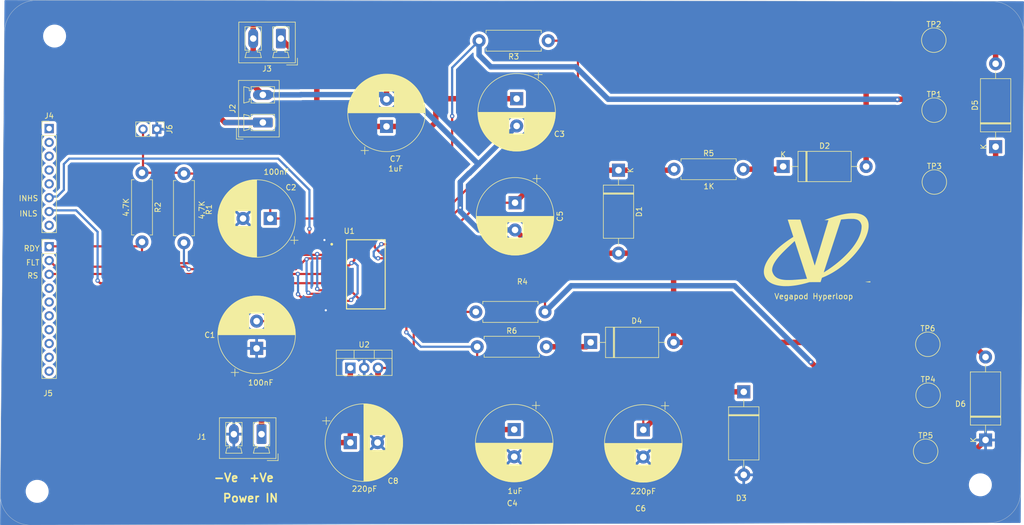
<source format=kicad_pcb>
(kicad_pcb (version 20211014) (generator pcbnew)
  (layers (0 "F.Cu" signal) (31 "B.Cu" signal) (34 "B.Paste" user) (35 "F.Paste" user) (36 "B.SilkS" user "B.Silkscreen") (37 "F.SilkS" user "F.Silkscreen") (38 "B.Mask" user) (39 "F.Mask" user) (44 "Edge.Cuts" user))
  (net 0 "")
  (net 1 "GND")
  (net 2 "/INHS")
  (net 3 "/RDY")
  (net 4 "/FLT")
  (net 5 "/RS")
  (net 6 "+5V")
  (net 9 "/INLS")
  (net 10 "/+12V_1")
  (net 11 "Net-(R4-Pad1)")
  (net 12 "Net-(R4-Pad2)")
  (net 13 "GND1")
  (net 14 "/+12V")
  (net 15 "Net-(R3-Pad1)")
  (net 16 "Net-(D2-Pad2)")
  (net 17 "Net-(R3-Pad2)")
  (net 18 "Net-(D2-Pad1)")
  (net 19 "Net-(D4-Pad1)")
  (net 20 "Net-(J1-Pad1)")
  (net 21 "Net-(C6-Pad1)")
  (net 22 "Net-(C5-Pad1)")
  (footprint "Capacitor_THT:CP_Radial_D14.0mm_P5.00mm" (layer "F.Cu") (at 114.302272 129.25)
    (fp_text reference "C8" (at 7.847728 7.05) (layer "F.SilkS"))
    (fp_text value "220pF" (at 2.597728 8.5) (layer "F.SilkS"))
    (pad "1" thru_hole rect (at 0 0) (size 2.4 2.4) (drill 1.2) (layers *.Cu *.Mask) (net 10 "/+12V_1"))
    (pad "2" thru_hole circle (at 5 0) (size 2.4 2.4) (drill 1.2) (layers *.Cu *.Mask) (net 1 "GND"))
  )
  (footprint "Connector_Phoenix_MC_HighVoltage:PhoenixContact_MCV_1,5_2-G-5.08_1x02_P5.08mm_Vertical" (layer "F.Cu") (at 98.2425 70.4725 90)
    (fp_text reference "J2" (at 2.54 -5.55 90) (layer "F.SilkS"))
    (fp_text value "Conn_01x02_Male" hide)
    (pad "1" thru_hole roundrect (at 0 0 90) (size 1.8 3.6) (drill 1.2) (layers *.Cu *.Mask) (roundrect_rratio 0.138889) (net 10 "/+12V_1"))
    (pad "2" thru_hole oval (at 5.08 0 90) (size 1.8 3.6) (drill 1.2) (layers *.Cu *.Mask) (net 13 "GND1"))
  )
  (footprint "Diode_THT:D_DO-27_P15.24mm_Horizontal" (layer "F.Cu") (at 230.95 128.77 90)
    (fp_text reference "D6" (at 6.62 -4.6 180) (layer "F.SilkS"))
    (fp_text value "DIODE" hide)
    (fp_text user "K" (at 0 -2.2 90) (layer "F.SilkS"))
    (pad "1" thru_hole rect (at 0 0 90) (size 2.4 2.4) (drill 1.2) (layers *.Cu *.Mask) (net 1 "GND"))
    (pad "2" thru_hole oval (at 15.24 0 90) (size 2.4 2.4) (drill 1.2) (layers *.Cu *.Mask) (net 13 "GND1"))
  )
  (footprint "Capacitor_THT:CP_Radial_D14.0mm_P5.00mm" (layer "F.Cu") (at 99.6 88.1 180)
    (fp_text reference "C2" (at -3.8 5.7) (layer "F.SilkS"))
    (fp_text value "100nF" (at -1.1 8.55) (layer "F.SilkS"))
    (pad "1" thru_hole rect (at 0 0 180) (size 2.4 2.4) (drill 1.2) (layers *.Cu *.Mask) (net 6 "+5V"))
    (pad "2" thru_hole circle (at 5 0 180) (size 2.4 2.4) (drill 1.2) (layers *.Cu *.Mask) (net 1 "GND"))
  )
  (footprint "Capacitor_THT:CP_Radial_D14.0mm_P5.00mm" (layer "F.Cu") (at 144.85 66.102272 -90)
    (fp_text reference "C3" (at 6.497728 -7.85 180) (layer "F.SilkS"))
    (fp_text value "1uF")
    (pad "1" thru_hole rect (at 0 0 270) (size 2.4 2.4) (drill 1.2) (layers *.Cu *.Mask) (net 14 "/+12V"))
    (pad "2" thru_hole circle (at 5 0 270) (size 2.4 2.4) (drill 1.2) (layers *.Cu *.Mask) (net 13 "GND1"))
  )
  (footprint "Resistor_THT:R_Axial_DIN0411_L9.9mm_D3.6mm_P12.70mm_Horizontal" (layer "F.Cu") (at 137.35 105.25)
    (fp_text reference "R4" (at 8.55 -5.55) (layer "F.SilkS"))
    (fp_text value "10R")
    (pad "1" thru_hole circle (at 0 0) (size 2.4 2.4) (drill 1.2) (layers *.Cu *.Mask) (net 11 "Net-(R4-Pad1)"))
    (pad "2" thru_hole oval (at 12.7 0) (size 2.4 2.4) (drill 1.2) (layers *.Cu *.Mask) (net 12 "Net-(R4-Pad2)"))
  )
  (footprint "Capacitor_THT:CP_Radial_D14.0mm_P5.00mm" (layer "F.Cu") (at 144.4 126.852272 -90)
    (fp_text reference "C4" (at 13.547728 0.35 180) (layer "F.SilkS"))
    (fp_text value "1uF" (at 11.297728 -0.15 180) (layer "F.SilkS"))
    (pad "1" thru_hole rect (at 0 0 270) (size 2.4 2.4) (drill 1.2) (layers *.Cu *.Mask) (net 10 "/+12V_1"))
    (pad "2" thru_hole circle (at 5 0 270) (size 2.4 2.4) (drill 1.2) (layers *.Cu *.Mask) (net 1 "GND"))
  )
  (footprint "Connector_PinHeader_2.54mm:PinHeader_1x08_P2.54mm_Vertical" (layer "F.Cu") (at 59 71.58)
    (fp_text reference "J4" (at 0 -2.33) (layer "F.SilkS"))
    (fp_text value "Conn_01x08_Male" hide)
    (pad "1" thru_hole rect (at 0 0) (size 1.7 1.7) (drill 1) (layers *.Cu *.Mask))
    (pad "2" thru_hole oval (at 0 2.54) (size 1.7 1.7) (drill 1) (layers *.Cu *.Mask))
    (pad "3" thru_hole oval (at 0 5.08) (size 1.7 1.7) (drill 1) (layers *.Cu *.Mask))
    (pad "4" thru_hole oval (at 0 7.62) (size 1.7 1.7) (drill 1) (layers *.Cu *.Mask))
    (pad "5" thru_hole oval (at 0 10.16) (size 1.7 1.7) (drill 1) (layers *.Cu *.Mask))
    (pad "6" thru_hole oval (at 0 12.7) (size 1.7 1.7) (drill 1) (layers *.Cu *.Mask) (net 2 "/INHS"))
    (pad "7" thru_hole oval (at 0 15.24) (size 1.7 1.7) (drill 1) (layers *.Cu *.Mask) (net 9 "/INLS"))
    (pad "8" thru_hole oval (at 0 17.78) (size 1.7 1.7) (drill 1) (layers *.Cu *.Mask))
  )
  (footprint "Resistor_THT:R_Axial_DIN0411_L9.9mm_D3.6mm_P12.70mm_Horizontal" (layer "F.Cu") (at 137.6 111.65)
    (fp_text reference "R6" (at 6.35 -2.92) (layer "F.SilkS"))
    (fp_text value "1K")
    (pad "1" thru_hole circle (at 0 0) (size 2.4 2.4) (drill 1.2) (layers *.Cu *.Mask) (net 21 "Net-(C6-Pad1)"))
    (pad "2" thru_hole oval (at 12.7 0) (size 2.4 2.4) (drill 1.2) (layers *.Cu *.Mask) (net 19 "Net-(D4-Pad1)"))
  )
  (footprint "Resistor_THT:R_Axial_DIN0411_L9.9mm_D3.6mm_P12.70mm_Horizontal" (layer "F.Cu") (at 150.65 55.45 180)
    (fp_text reference "R3" (at 6.35 -2.92) (layer "F.SilkS"))
    (fp_text value "10R" hide)
    (pad "1" thru_hole circle (at 0 0 180) (size 2.4 2.4) (drill 1.2) (layers *.Cu *.Mask) (net 15 "Net-(R3-Pad1)"))
    (pad "2" thru_hole oval (at 12.7 0 180) (size 2.4 2.4) (drill 1.2) (layers *.Cu *.Mask) (net 17 "Net-(R3-Pad2)"))
  )
  (footprint "TestPoint:TestPoint_Pad_D4.0mm" (layer "F.Cu") (at 220.35 111.2)
    (fp_text reference "TP6" (at 0 -2.898) (layer "F.SilkS"))
    (fp_text value "TestPoint" hide)
    (pad "1" smd circle (at 0 0) (size 4 4) (layers "F.Cu" "F.Mask") (net 13 "GND1"))
  )
  (footprint "TestPoint:TestPoint_Pad_D4.0mm" (layer "F.Cu") (at 221.45 55.35)
    (fp_text reference "TP2" (at 0 -2.898) (layer "F.SilkS"))
    (fp_text value "TestPoint")
    (pad "1" smd circle (at 0 0) (size 4 4) (layers "F.Cu" "F.Mask") (net 16 "Net-(D2-Pad2)"))
  )
  (footprint "Resistor_THT:R_Axial_DIN0411_L9.9mm_D3.6mm_P12.70mm_Horizontal" (layer "F.Cu") (at 173.75 79.05)
    (fp_text reference "R5" (at 6.35 -2.92) (layer "F.SilkS"))
    (fp_text value "1K" (at 6.4 3.15) (layer "F.SilkS"))
    (pad "1" thru_hole circle (at 0 0) (size 2.4 2.4) (drill 1.2) (layers *.Cu *.Mask) (net 22 "Net-(C5-Pad1)"))
    (pad "2" thru_hole oval (at 12.7 0) (size 2.4 2.4) (drill 1.2) (layers *.Cu *.Mask) (net 18 "Net-(D2-Pad1)"))
  )
  (footprint "BluePill_slave:logo6" (layer "F.Cu") (at 199.8 93.8)
    (fp_text reference "G***" hide)
    (fp_text value "LOGO" hide)
  )
  (footprint "Diode_THT:D_DO-27_P15.24mm_Horizontal" (layer "F.Cu") (at 158.43 110.85)
    (fp_text reference "D4" (at 8.47 -3.95) (layer "F.SilkS"))
    (fp_text value "DIODE" hide)
    (pad "1" thru_hole rect (at 0 0) (size 2.4 2.4) (drill 1.2) (layers *.Cu *.Mask) (net 19 "Net-(D4-Pad1)"))
    (pad "2" thru_hole oval (at 15.24 0) (size 2.4 2.4) (drill 1.2) (layers *.Cu *.Mask) (net 13 "GND1"))
  )
  (footprint "TestPoint:TestPoint_Pad_D4.0mm" (layer "F.Cu") (at 219.95 130.85)
    (fp_text reference "TP5" (at 0 -2.898) (layer "F.SilkS"))
    (fp_text value "TestPoint" hide)
    (pad "1" smd circle (at 0 0) (size 4 4) (layers "F.Cu" "F.Mask") (net 1 "GND"))
  )
  (footprint "Package_TO_SOT_THT:TO-220-3_Vertical" (layer "F.Cu") (at 114.31 115.545)
    (fp_text reference "U2" (at 2.54 -4.27) (layer "F.SilkS"))
    (fp_text value "L7812" hide)
    (pad "1" thru_hole rect (at 0 0) (size 1.905 2) (drill 1.1) (layers *.Cu *.Mask) (net 20 "Net-(J1-Pad1)"))
    (pad "2" thru_hole oval (at 2.54 0) (size 1.905 2) (drill 1.1) (layers *.Cu *.Mask) (net 1 "GND"))
    (pad "3" thru_hole oval (at 5.08 0) (size 1.905 2) (drill 1.1) (layers *.Cu *.Mask) (net 10 "/+12V_1"))
  )
  (footprint "Capacitor_THT:CP_Radial_D14.0mm_P5.00mm" (layer "F.Cu") (at 120.95 71.197729 90)
    (fp_text reference "C7" (at -5.952271 1.6 180) (layer "F.SilkS"))
    (fp_text value "1uF" (at -7.752271 1.7 180) (layer "F.SilkS"))
    (pad "1" thru_hole rect (at 0 0 90) (size 2.4 2.4) (drill 1.2) (layers *.Cu *.Mask) (net 14 "/+12V"))
    (pad "2" thru_hole circle (at 5 0 90) (size 2.4 2.4) (drill 1.2) (layers *.Cu *.Mask) (net 13 "GND1"))
  )
  (footprint "TestPoint:TestPoint_Pad_D4.0mm" (layer "F.Cu") (at 221.5 68.2)
    (fp_text reference "TP1" (at 0 -2.898) (layer "F.SilkS"))
    (fp_text value "TestPoint")
    (pad "1" smd circle (at 0 0) (size 4 4) (layers "F.Cu" "F.Mask") (net 17 "Net-(R3-Pad2)"))
  )
  (footprint "gate_driver:SOP65P1030X265-36_32N-V" (layer "F.Cu") (at 117.1575 98.35)
    (fp_text reference "U1" (at -3.04 -7.955) (layer "F.SilkS"))
    (fp_text value "2ED020I12-F2")
    (pad "1" smd rect locked (at -4.865 -5.525) (size 1.67 0.45) (layers "F.Cu" "F.Paste" "F.Mask") (net 1 "GND"))
    (pad "2" smd rect locked (at -4.865 -4.875) (size 1.67 0.45) (layers "F.Cu" "F.Paste" "F.Mask") (net 2 "/INHS"))
    (pad "3" smd rect locked (at -4.865 -4.225) (size 1.67 0.45) (layers "F.Cu" "F.Paste" "F.Mask") (net 1 "GND"))
    (pad "4" smd rect locked (at -4.865 -3.575) (size 1.67 0.45) (layers "F.Cu" "F.Paste" "F.Mask") (net 3 "/RDY"))
    (pad "5" smd rect locked (at -4.865 -2.925) (size 1.67 0.45) (layers "F.Cu" "F.Paste" "F.Mask") (net 4 "/FLT"))
    (pad "6" smd rect locked (at -4.865 -2.275) (size 1.67 0.45) (layers "F.Cu" "F.Paste" "F.Mask") (net 5 "/RS"))
    (pad "7" smd rect locked (at -4.865 -1.625) (size 1.67 0.45) (layers "F.Cu" "F.Paste" "F.Mask") (net 6 "+5V"))
    (pad "8" smd rect locked (at -4.865 -0.975) (size 1.67 0.45) (layers "F.Cu" "F.Paste" "F.Mask") (net 1 "GND"))
    (pad "9" smd rect locked (at -4.865 -0.325) (size 1.67 0.45) (layers "F.Cu" "F.Paste" "F.Mask"))
    (pad "10" smd rect locked (at -4.865 0.325) (size 1.67 0.45) (layers "F.Cu" "F.Paste" "F.Mask"))
    (pad "11" smd rect locked (at -4.865 0.975) (size 1.67 0.45) (layers "F.Cu" "F.Paste" "F.Mask") (net 1 "GND"))
    (pad "12" smd rect locked (at -4.865 1.625) (size 1.67 0.45) (layers "F.Cu" "F.Paste" "F.Mask") (net 9 "/INLS"))
    (pad "13" smd rect locked (at -4.865 2.275) (size 1.67 0.45) (layers "F.Cu" "F.Paste" "F.Mask") (net 1 "GND"))
    (pad "14" smd rect locked (at -4.865 2.925) (size 1.67 0.45) (layers "F.Cu" "F.Paste" "F.Mask") (net 3 "/RDY"))
    (pad "15" smd rect locked (at -4.865 3.575) (size 1.67 0.45) (layers "F.Cu" "F.Paste" "F.Mask") (net 4 "/FLT"))
    (pad "16" smd rect locked (at -4.865 4.225) (size 1.67 0.45) (layers "F.Cu" "F.Paste" "F.Mask") (net 5 "/RS"))
    (pad "17" smd rect locked (at -4.865 4.875) (size 1.67 0.45) (layers "F.Cu" "F.Paste" "F.Mask") (net 6 "+5V"))
    (pad "18" smd rect locked (at -4.865 5.525) (size 1.67 0.45) (layers "F.Cu" "F.Paste" "F.Mask") (net 1 "GND"))
    (pad "19" smd rect locked (at 4.865 5.525) (size 1.67 0.45) (layers "F.Cu" "F.Paste" "F.Mask") (net 1 "GND"))
    (pad "20" smd rect locked (at 4.865 4.875) (size 1.67 0.45) (layers "F.Cu" "F.Paste" "F.Mask") (net 21 "Net-(C6-Pad1)"))
    (pad "21" smd rect locked (at 4.865 4.225) (size 1.67 0.45) (layers "F.Cu" "F.Paste" "F.Mask") (net 1 "GND"))
    (pad "22" smd rect locked (at 4.865 3.575) (size 1.67 0.45) (layers "F.Cu" "F.Paste" "F.Mask") (net 10 "/+12V_1"))
    (pad "23" smd rect locked (at 4.865 2.925) (size 1.67 0.45) (layers "F.Cu" "F.Paste" "F.Mask") (net 11 "Net-(R4-Pad1)"))
    (pad "24" smd rect locked (at 4.865 2.275) (size 1.67 0.45) (layers "F.Cu" "F.Paste" "F.Mask") (net 1 "GND"))
    (pad "25" smd rect locked (at 4.865 1.625) (size 1.67 0.45) (layers "F.Cu" "F.Paste" "F.Mask") (net 12 "Net-(R4-Pad2)"))
    (pad "30" smd rect locked (at 4.865 -1.625) (size 1.67 0.45) (layers "F.Cu" "F.Paste" "F.Mask") (net 22 "Net-(C5-Pad1)"))
    (pad "31" smd rect locked (at 4.865 -2.275) (size 1.67 0.45) (layers "F.Cu" "F.Paste" "F.Mask") (net 13 "GND1"))
    (pad "32" smd rect locked (at 4.865 -2.925) (size 1.67 0.45) (layers "F.Cu" "F.Paste" "F.Mask") (net 13 "GND1"))
    (pad "33" smd rect locked (at 4.865 -3.575) (size 1.67 0.45) (layers "F.Cu" "F.Paste" "F.Mask") (net 14 "/+12V"))
    (pad "34" smd rect locked (at 4.865 -4.225) (size 1.67 0.45) (layers "F.Cu" "F.Paste" "F.Mask") (net 15 "Net-(R3-Pad1)"))
    (pad "35" smd rect locked (at 4.865 -4.875) (size 1.67 0.45) (layers "F.Cu" "F.Paste" "F.Mask") (net 17 "Net-(R3-Pad2)"))
    (pad "36" smd rect locked (at 4.865 -5.525) (size 1.67 0.45) (layers "F.Cu" "F.Paste" "F.Mask") (net 13 "GND1"))
  )
  (footprint "Resistor_THT:R_Axial_DIN0411_L9.9mm_D3.6mm_P12.70mm_Horizontal" (layer "F.Cu") (at 76.05 79.7 -90)
    (fp_text reference "R2" (at 6.35 -2.92 90) (layer "F.SilkS"))
    (fp_text value "4.7K" (at 6.35 2.92 90) (layer "F.SilkS"))
    (pad "1" thru_hole circle (at 0 0 270) (size 2.4 2.4) (drill 1.2) (layers *.Cu *.Mask) (net 6 "+5V"))
    (pad "2" thru_hole oval (at 12.7 0 270) (size 2.4 2.4) (drill 1.2) (layers *.Cu *.Mask) (net 3 "/RDY"))
  )
  (footprint "Diode_THT:D_DO-27_P15.24mm_Horizontal" (layer "F.Cu") (at 232.8 74.92 90)
    (fp_text reference "D5" (at 7.62 -3.785 90) (layer "F.SilkS"))
    (fp_text value "DIODE")
    (fp_text user "K" (at 0 -2.2 90) (layer "F.SilkS"))
    (pad "1" thru_hole rect (at 0 0 90) (size 2.4 2.4) (drill 1.2) (layers *.Cu *.Mask) (net 13 "GND1"))
    (pad "2" thru_hole oval (at 15.24 0 90) (size 2.4 2.4) (drill 1.2) (layers *.Cu *.Mask) (net 16 "Net-(D2-Pad2)"))
  )
  (footprint "Capacitor_THT:CP_Radial_D14.0mm_P5.00mm" (layer "F.Cu") (at 144.55 85.202272 -90)
    (fp_text reference "C5" (at 2.5 -8.25 90) (layer "F.SilkS"))
    (fp_text value "220pF")
    (pad "1" thru_hole rect (at 0 0 270) (size 2.4 2.4) (drill 1.2) (layers *.Cu *.Mask) (net 22 "Net-(C5-Pad1)"))
    (pad "2" thru_hole circle (at 5 0 270) (size 2.4 2.4) (drill 1.2) (layers *.Cu *.Mask) (net 13 "GND1"))
  )
  (footprint "Capacitor_THT:CP_Radial_D14.0mm_P5.00mm" (layer "F.Cu") (at 168.1 126.902272 -90)
    (fp_text reference "C6" (at 14.447728 0.5 180) (layer "F.SilkS"))
    (fp_text value "220pF" (at 11.297728 0 180) (layer "F.SilkS"))
    (pad "1" thru_hole rect (at 0 0 270) (size 2.4 2.4) (drill 1.2) (layers *.Cu *.Mask) (net 21 "Net-(C6-Pad1)"))
    (pad "2" thru_hole circle (at 5 0 270) (size 2.4 2.4) (drill 1.2) (layers *.Cu *.Mask) (net 1 "GND"))
  )
  (footprint "Diode_THT:D_DO-27_P15.24mm_Horizontal" (layer "F.Cu") (at 193.78 78.55)
    (fp_text reference "D2" (at 7.62 -3.785) (layer "F.SilkS"))
    (fp_text value "DIODE")
    (fp_text user "K" (at 0 -2.2) (layer "F.SilkS"))
    (pad "1" thru_hole rect (at 0 0) (size 2.4 2.4) (drill 1.2) (layers *.Cu *.Mask) (net 18 "Net-(D2-Pad1)"))
    (pad "2" thru_hole oval (at 15.24 0) (size 2.4 2.4) (drill 1.2) (layers *.Cu *.Mask) (net 16 "Net-(D2-Pad2)"))
  )
  (footprint "Connector_PinHeader_2.54mm:PinHeader_1x10_P2.54mm_Vertical" (layer "F.Cu") (at 59 93.275)
    (fp_text reference "J5" (at -0.2 26.925) (layer "F.SilkS"))
    (fp_text value "Conn_01x10_Male" hide)
    (pad "1" thru_hole rect (at 0 0) (size 1.7 1.7) (drill 1) (layers *.Cu *.Mask) (net 3 "/RDY"))
    (pad "2" thru_hole oval (at 0 2.54) (size 1.7 1.7) (drill 1) (layers *.Cu *.Mask) (net 4 "/FLT"))
    (pad "3" thru_hole oval (at 0 5.08) (size 1.7 1.7) (drill 1) (layers *.Cu *.Mask) (net 5 "/RS"))
    (pad "4" thru_hole oval (at 0 7.62) (size 1.7 1.7) (drill 1) (layers *.Cu *.Mask))
    (pad "5" thru_hole oval (at 0 10.16) (size 1.7 1.7) (drill 1) (layers *.Cu *.Mask))
    (pad "6" thru_hole oval (at 0 12.7) (size 1.7 1.7) (drill 1) (layers *.Cu *.Mask))
    (pad "7" thru_hole oval (at 0 15.24) (size 1.7 1.7) (drill 1) (layers *.Cu *.Mask))
    (pad "8" thru_hole oval (at 0 17.78) (size 1.7 1.7) (drill 1) (layers *.Cu *.Mask))
    (pad "9" thru_hole oval (at 0 20.32) (size 1.7 1.7) (drill 1) (layers *.Cu *.Mask))
    (pad "10" thru_hole oval (at 0 22.86) (size 1.7 1.7) (drill 1) (layers *.Cu *.Mask))
  )
  (footprint "TestPoint:TestPoint_Pad_D4.0mm" (layer "F.Cu") (at 220.4 120.55)
    (fp_text reference "TP4" (at 0 -2.898) (layer "F.SilkS"))
    (fp_text value "TestPoint" hide)
    (pad "1" smd circle (at 0 0) (size 4 4) (layers "F.Cu" "F.Mask") (net 12 "Net-(R4-Pad2)"))
  )
  (footprint "TestPoint:TestPoint_Pad_D4.0mm" (layer "F.Cu") (at 221.55 81.4)
    (fp_text reference "TP3" (at 0 -2.898) (layer "F.SilkS"))
    (fp_text value "TestPoint")
    (pad "1" smd circle (at 0 0) (size 4 4) (layers "F.Cu" "F.Mask") (net 13 "GND1"))
  )
  (footprint "MountingHole:MountingHole_3.2mm_M3" (layer "F.Cu") (at 56.8 138.2)
    (fp_text reference "REF**" hide)
    (fp_text value "MountingHole_3.2mm_M3" hide)
    (pad "" np_thru_hole circle (at 0 0) (size 3.2 3.2) (drill 3.2) (layers F&B.Cu *.Mask))
  )
  (footprint "MountingHole:MountingHole_3.2mm_M3" (layer "F.Cu") (at 60 54.6)
    (fp_text reference "REF**" hide)
    (fp_text value "MountingHole_3.2mm_M3" hide)
    (pad "" np_thru_hole circle (at 0 0) (size 3.2 3.2) (drill 3.2) (layers *.Cu *.Mask))
  )
  (footprint "Resistor_THT:R_Axial_DIN0411_L9.9mm_D3.6mm_P12.70mm_Horizontal" (layer "F.Cu") (at 83.75 79.85 -90)
    (fp_text reference "R1" (at 6.6 -4.6 90) (layer "F.SilkS"))
    (fp_text value "4.7K" (at 6.7 -3.3 90) (layer "F.SilkS"))
    (pad "1" thru_hole circle (at 0 0 270) (size 2.4 2.4) (drill 1.2) (layers *.Cu *.Mask) (net 6 "+5V"))
    (pad "2" thru_hole oval (at 12.7 0 270) (size 2.4 2.4) (drill 1.2) (layers *.Cu *.Mask) (net 4 "/FLT"))
  )
  (footprint "Connector_Phoenix_MC_HighVoltage:PhoenixContact_MCV_1,5_2-G-5.08_1x02_P5.08mm_Vertical" (layer "F.Cu") (at 101.55 55.05 180)
    (fp_text reference "J3" (at 2.54 -5.55) (layer "F.SilkS"))
    (fp_text value "Conn_01x02_Male" hide)
    (pad "1" thru_hole roundrect (at 0 0 180) (size 1.8 3.6) (drill 1.2) (layers *.Cu *.Mask) (roundrect_rratio 0.138889) (net 14 "/+12V"))
    (pad "2" thru_hole oval (at 5.08 0 180) (size 1.8 3.6) (drill 1.2) (layers *.Cu *.Mask) (net 13 "GND1"))
  )
  (footprint "MountingHole:MountingHole_3.2mm_M3" (layer "F.Cu") (at 230 137)
    (fp_text reference "REF**" hide)
    (fp_text value "MountingHole_3.2mm_M3" hide)
    (pad "" np_thru_hole circle (at 0 0) (size 3.2 3.2) (drill 3.2) (layers F&B.Cu *.Mask))
  )
  (footprint "Connector_PinHeader_2.54mm:PinHeader_1x02_P2.54mm_Vertical" (layer "F.Cu") (at 78.775 71.7 -90)
    (fp_text reference "J6" (at 0 -2.33 90) (layer "F.SilkS"))
    (fp_text value "Conn_01x02_Male" hide)
    (pad "1" thru_hole rect (at 0 0 270) (size 1.7 1.7) (drill 1) (layers *.Cu *.Mask) (net 1 "GND"))
    (pad "2" thru_hole oval (at 0 2.54 270) (size 1.7 1.7) (drill 1) (layers *.Cu *.Mask) (net 6 "+5V"))
  )
  (footprint "Connector_Phoenix_MC_HighVoltage:PhoenixContact_MCV_1,5_2-G-5.08_1x02_P5.08mm_Vertical" (layer "F.Cu") (at 98 127.7 180)
    (fp_text reference "J1" (at 11 -0.5) (layer "F.SilkS"))
    (fp_text value "Conn_01x02_Male" hide)
    (pad "1" thru_hole roundrect (at 0 0 180) (size 1.8 3.6) (drill 1.2) (layers *.Cu *.Mask) (roundrect_rratio 0.138889) (net 20 "Net-(J1-Pad1)"))
    (pad "2" thru_hole oval (at 5.08 0 180) (size 1.8 3.6) (drill 1.2) (layers *.Cu *.Mask) (net 1 "GND"))
  )
  (footprint "Diode_THT:D_DO-27_P15.24mm_Horizontal" (layer "F.Cu") (at 186.55 119.93 -90)
    (fp_text reference "D3" (at 19.52 0.45 180) (layer "F.SilkS"))
    (fp_text value "D_Zener_Small" hide)
    (pad "1" thru_hole rect (at 0 0 270) (size 2.4 2.4) (drill 1.2) (layers *.Cu *.Mask) (net 21 "Net-(C6-Pad1)"))
    (pad "2" thru_hole oval (at 15.24 0 270) (size 2.4 2.4) (drill 1.2) (layers *.Cu *.Mask) (net 1 "GND"))
  )
  (footprint "Diode_THT:D_DO-27_P15.24mm_Horizontal" (layer "F.Cu") (at 163.55 79.23 -90)
    (fp_text reference "D1" (at 7.62 -3.785 90) (layer "F.SilkS"))
    (fp_text value "D_Zener_Small")
    (fp_text user "K" (at 0 -2.2 90) (layer "F.SilkS"))
    (pad "1" thru_hole rect (at 0 0 270) (size 2.4 2.4) (drill 1.2) (layers *.Cu *.Mask) (net 22 "Net-(C5-Pad1)"))
    (pad "2" thru_hole oval (at 15.24 0 270) (size 2.4 2.4) (drill 1.2) (layers *.Cu *.Mask) (net 13 "GND1"))
  )
  (footprint "Capacitor_THT:CP_Radial_D14.0mm_P5.00mm" (layer "F.Cu") (at 97.1 111.947729 90)
    (fp_text reference "C1" (at 2.447729 -8.6 180) (layer "F.SilkS"))
    (fp_text value "100nF" (at -6.302271 0.75 180) (layer "F.SilkS"))
    (pad "1" thru_hole rect (at 0 0 90) (size 2.4 2.4) (drill 1.2) (layers *.Cu *.Mask) (net 1 "GND"))
    (pad "2" thru_hole circle (at 5 0 90) (size 2.4 2.4) (drill 1.2) (layers *.Cu *.Mask) (net 6 "+5V"))
  )
  (gr_line (start 57.5 92.2) (end 57.5 117.2) (layer "F.Cu") (width 0.2))
  (gr_line (start 57.5 70.2) (end 57.5 90.2) (layer "F.Cu") (width 0.2))
  (gr_line (start 56.8 48) (end 232 48.2) (layer "Edge.Cuts") (width 0.05))
  (gr_line (start 231.6 144) (end 55.8 144.4) (layer "Edge.Cuts") (width 0.05))
  (gr_arc (start 55.8 144.4) (mid 51.711292 142.831147) (end 50 138.8) (layer "Edge.Cuts") (width 0.05))
  (gr_arc (start 50.8 54) (mid 52.557359 49.757359) (end 56.8 48) (layer "Edge.Cuts") (width 0.05))
  (gr_line (start 50 138.8) (end 50.8 54) (layer "Edge.Cuts") (width 0.05))
  (gr_arc (start 232 48.2) (mid 236.242641 49.957359) (end 238 54.2) (layer "Edge.Cuts") (width 0.05))
  (gr_line (start 238 54.2) (end 237.4 138.2) (layer "Edge.Cuts") (width 0.05))
  (gr_arc (start 237.4 138.2) (mid 235.701219 142.301219) (end 231.6 144) (layer "Edge.Cuts") (width 0.05))
  (gr_text "RS" (at 56 98.6) (layer "F.SilkS") (effects (font (size 1 1))))
  (gr_text "Power IN\n" (at 95.9775 139.4425) (layer "F.SilkS") (effects (font (size 1.5 1.5) (thickness 0.3))))
  (gr_text "INLS\n" (at 55.2 87.2) (layer "F.SilkS") (effects (font (size 1 1))))
  (gr_text "-Ve" (at 91.5 135.7) (layer "F.SilkS") (effects (font (size 1.5 1.5) (thickness 0.3))))
  (gr_text "INHS\n" (at 55.2 84.4) (layer "F.SilkS") (effects (font (size 1 1))))
  (gr_text "RDY" (at 55.8 93.6) (layer "F.SilkS") (effects (font (size 1 1))))
  (gr_text "+Ve" (at 98 135.7) (layer "F.SilkS") (effects (font (size 1.5 1.5) (thickness 0.3))))
  (gr_text "Vegapod Hyperloop" (at 199.4 102.4) (layer "F.SilkS") (effects (font (size 1 1))))
  (gr_text "FLT" (at 56 96.2) (layer "F.SilkS") (effects (font (size 1 1))))
  (segment (start 228.87 130.85) (end 230.95 128.77) (width 1) (layer "F.Cu") (net 1))
  (segment (start 113.875 92.825) (end 112.2925 92.825) (width 0.3) (layer "F.Cu") (net 1))
  (segment (start 112.2925 100.625) (end 113.675 100.625) (width 0.4) (layer "F.Cu") (net 1))
  (segment (start 122.0225 100.625) (end 120.475 100.625) (width 0.4) (layer "F.Cu") (net 1))
  (segment (start 122.0225 102.575) (end 118.525 102.575) (width 0.4) (layer "F.Cu") (net 1))
  (segment (start 114.025 97.375) (end 114.35 97.7) (width 0.4) (layer "F.Cu") (net 1))
  (segment (start 112.2925 92.825) (end 110.325 92.825) (width 0.4) (layer "F.Cu") (net 1))
  (segment (start 114.05 94) (end 114.05 93) (width 0.3) (layer "F.Cu") (net 1))
  (segment (start 117.075 104.025) (end 116.85 104.25) (width 0.4) (layer "F.Cu") (net 1))
  (segment (start 114.35 100.9) (end 114.15 101.1) (width 0.4) (layer "F.Cu") (net 1))
  (segment (start 122.0225 103.875) (end 117.225 103.875) (width 0.4) (layer "F.Cu") (net 1))
  (segment (start 110.875 103.875) (end 109.8 104.95) (width 0.4) (layer "F.Cu") (net 1))
  (segment (start 120.475 100.625) (end 118.5 102.6) (width 0.4) (layer "F.Cu") (net 1))
  (segment (start 110.325 92.825) (end 109.55 92.05) (width 0.4) (layer "F.Cu") (net 1))
  (segment (start 116.85 104.25) (end 116.85 115.545) (width 0.4) (layer "F.Cu") (net 1))
  (segment (start 112.2925 99.325) (end 114.225 99.325) (width 0.4) (layer "F.Cu") (net 1))
  (segment (start 112.2925 97.375) (end 114.025 97.375) (width 0.4) (layer "F.Cu") (net 1))
  (segment (start 114.15 101.1) (end 117.075 104.025) (width 0.4) (layer "F.Cu") (net 1))
  (segment (start 118.525 102.575) (end 118.5 102.6) (width 0.4) (layer "F.Cu") (net 1))
  (segment (start 112.2925 94.125) (end 113.875 94.125) (width 0.3) (layer "F.Cu") (net 1))
  (segment (start 113.95 94.1) (end 114.05 94) (width 0.3) (layer "F.Cu") (net 1))
  (segment (start 113.675 100.625) (end 114.15 101.1) (width 0.4) (layer "F.Cu") (net 1))
  (segment (start 114.225 99.325) (end 114.35 99.2) (width 0.4) (layer "F.Cu") (net 1))
  (segment (start 114.35 99.2) (end 114.35 100.9) (width 0.4) (layer "F.Cu") (net 1))
  (segment (start 117.225 103.875) (end 117.075 104.025) (width 0.4) (layer "F.Cu") (net 1))
  (segment (start 219.95 130.85) (end 228.87 130.85) (width 1) (layer "F.Cu") (net 1))
  (segment (start 112.2925 103.875) (end 110.875 103.875) (width 0.4) (layer "F.Cu") (net 1))
  (segment (start 118.5 102.6) (end 117.075 104.025) (width 0.4) (layer "F.Cu") (net 1))
  (segment (start 114.05 93) (end 113.875 92.825) (width 0.3) (layer "F.Cu") (net 1))
  (segment (start 114.35 97.7) (end 114.35 99.2) (width 0.4) (layer "F.Cu") (net 1))
  (via (at 109.55 92.05) (size 0.8) (drill 0.4) (layers "F.Cu" "B.Cu") (net 1))
  (via (at 109.8 104.95) (size 0.8) (drill 0.4) (layers "F.Cu" "B.Cu") (net 1))
  (segment (start 108.025 93.475) (end 106.95 92.4) (width 0.4) (layer "F.Cu") (net 2))
  (segment (start 112.2925 93.475) (end 108.025 93.475) (width 0.4) (layer "F.Cu") (net 2))
  (segment (start 106.95 92.4) (end 106.8 92.25) (width 0.4) (layer "F.Cu") (net 2))
  (segment (start 106.8 92.25) (end 106.8 90) (width 0.4) (layer "F.Cu") (net 2))
  (via (at 106.8 90) (size 0.8) (drill 0.4) (layers "F.Cu" "B.Cu") (net 2))
  (segment (start 61.7 78.1) (end 61.7 82.85) (width 0.4) (layer "B.Cu") (net 2))
  (segment (start 106.8 82.85) (end 101.05 77.1) (width 0.4) (layer "B.Cu") (net 2))
  (segment (start 60.485 84.065) (end 58.98 84.065) (width 0.4) (layer "B.Cu") (net 2))
  (segment (start 62.7 77.1) (end 61.7 78.1) (width 0.4) (layer "B.Cu") (net 2))
  (segment (start 106.8 90) (end 106.8 82.85) (width 0.4) (layer "B.Cu") (net 2))
  (segment (start 61.7 82.85) (end 60.485 84.065) (width 0.4) (layer "B.Cu") (net 2))
  (segment (start 101.05 77.1) (end 62.7 77.1) (width 0.4) (layer "B.Cu") (net 2))
  (segment (start 105.425 94.775) (end 112.2925 94.775) (width 0.4) (layer "F.Cu") (net 3))
  (segment (start 103.9 96.3) (end 105.425 94.775) (width 0.4) (layer "F.Cu") (net 3))
  (segment (start 76.05 92.4) (end 76.05 95.9) (width 0.4) (layer "F.Cu") (net 3))
  (segment (start 108.225 101.025) (end 108.475 101.275) (width 0.4) (layer "F.Cu") (net 3))
  (segment (start 76.45 96.3) (end 103.9 96.3) (width 0.4) (layer "F.Cu") (net 3))
  (segment (start 58.98 93.205) (end 75.245 93.205) (width 0.4) (layer "F.Cu") (net 3))
  (segment (start 108.475 101.275) (end 112.2925 101.275) (width 0.4) (layer "F.Cu") (net 3))
  (segment (start 76.05 95.9) (end 76.45 96.3) (width 0.4) (layer "F.Cu") (net 3))
  (segment (start 75.245 93.205) (end 76.05 92.4) (width 0.4) (layer "F.Cu") (net 3))
  (via (at 108.225 94.6255) (size 0.8) (drill 0.4) (layers "F.Cu" "B.Cu") (net 3))
  (via (at 108.225 101.025) (size 0.8) (drill 0.4) (layers "F.Cu" "B.Cu") (net 3))
  (segment (start 108.225 101.025) (end 108.225 94.6255) (width 0.4) (layer "B.Cu") (net 3))
  (segment (start 104.3 97.4) (end 84.65 97.4) (width 0.4) (layer "F.Cu") (net 4))
  (segment (start 106.275 95.425) (end 105.95 95.75) (width 0.4) (layer "F.Cu") (net 4))
  (segment (start 106.775 101.925) (end 106.6 101.75) (width 0.4) (layer "F.Cu") (net 4))
  (segment (start 84.2 96.95) (end 84.65 97.4) (width 0.4) (layer "F.Cu") (net 4))
  (segment (start 112.2925 101.925) (end 106.775 101.925) (width 0.4) (layer "F.Cu") (net 4))
  (segment (start 105.95 95.75) (end 104.3 97.4) (width 0.4) (layer "F.Cu") (net 4))
  (segment (start 58.98 95.745) (end 60.185 96.95) (width 0.4) (layer "F.Cu") (net 4))
  (segment (start 60.185 96.95) (end 84.2 96.95) (width 0.4) (layer "F.Cu") (net 4))
  (segment (start 112.2925 95.425) (end 106.275 95.425) (width 0.4) (layer "F.Cu") (net 4))
  (via (at 106.275 95.5745) (size 0.8) (drill 0.4) (layers "F.Cu" "B.Cu") (net 4))
  (via (at 84.65 97.4) (size 0.8) (drill 0.4) (layers "F.Cu" "B.Cu") (net 4))
  (via (at 106.6 101.75) (size 0.8) (drill 0.4) (layers "F.Cu" "B.Cu") (net 4))
  (segment (start 106.275 101.425) (end 106.275 95.5745) (width 0.4) (layer "B.Cu") (net 4))
  (segment (start 84.65 97.4) (end 83.75 96.5) (width 0.4) (layer "B.Cu") (net 4))
  (segment (start 83.75 96.5) (end 83.75 92.55) (width 0.4) (layer "B.Cu") (net 4))
  (segment (start 106.6 101.75) (end 106.275 101.425) (width 0.4) (layer "B.Cu") (net 4))
  (segment (start 108.8725 98.285) (end 104.915 98.285) (width 0.4) (layer "F.Cu") (net 5))
  (segment (start 111.0825 96.075) (end 108.8725 98.285) (width 0.4) (layer "F.Cu") (net 5))
  (segment (start 104.915 98.285) (end 104.665 98.285) (width 0.4) (layer "F.Cu") (net 5))
  (segment (start 112.2925 102.575) (end 105.275 102.575) (width 0.4) (layer "F.Cu") (net 5))
  (segment (start 105.275 102.575) (end 104.7 102) (width 0.4) (layer "F.Cu") (net 5))
  (segment (start 112.2925 96.075) (end 111.0825 96.075) (width 0.4) (layer "F.Cu") (net 5))
  (segment (start 104.665 98.285) (end 58.98 98.285) (width 0.4) (layer "F.Cu") (net 5))
  (via (at 104.7 102) (size 0.8) (drill 0.4) (layers "F.Cu" "B.Cu") (net 5))
  (via (at 104.665 98.285) (size 0.8) (drill 0.4) (layers "F.Cu" "B.Cu") (net 5))
  (segment (start 104.7 98.32) (end 104.665 98.285) (width 0.4) (layer "B.Cu") (net 5))
  (segment (start 104.7 102) (end 104.7 98.32) (width 0.4) (layer "B.Cu") (net 5))
  (segment (start 115.05 95.75) (end 114.525 96.275) (width 0.4) (layer "F.Cu") (net 6))
  (segment (start 112.95 88.1) (end 115.05 90.2) (width 0.4) (layer "F.Cu") (net 6))
  (segment (start 83.6 79.7) (end 83.75 79.85) (width 0.4) (layer "F.Cu") (net 6))
  (segment (start 76.235 79.515) (end 76.05 79.7) (width 0.4) (layer "F.Cu") (net 6))
  (segment (start 76.05 79.7) (end 83.6 79.7) (width 0.4) (layer "F.Cu") (net 6))
  (segment (start 76.235 71.7) (end 76.235 79.515) (width 0.4) (layer "F.Cu") (net 6))
  (segment (start 105.152271 106.947729) (end 108.875 103.225) (width 0.4) (layer "F.Cu") (net 6))
  (segment (start 108.875 103.225) (end 112.2925 103.225) (width 0.4) (layer "F.Cu") (net 6))
  (segment (start 112.2925 103.225) (end 114.275 103.225) (width 0.4) (layer "F.Cu") (net 6))
  (segment (start 99.6 82.1) (end 99.6 88.1) (width 0.4) (layer "F.Cu") (net 6))
  (segment (start 97.25 79.85) (end 97.3 79.8) (width 0.4) (layer "F.Cu") (net 6))
  (segment (start 99.6 88.1) (end 112.95 88.1) (width 0.4) (layer "F.Cu") (net 6))
  (segment (start 97.1 106.947729) (end 105.152271 106.947729) (width 0.4) (layer "F.Cu") (net 6))
  (segment (start 114.075 96.725) (end 112.2925 96.725) (width 0.4) (layer "F.Cu") (net 6))
  (segment (start 115.05 90.2) (end 115.05 95.75) (width 0.4) (layer "F.Cu") (net 6))
  (segment (start 114.525 96.275) (end 114.075 96.725) (width 0.4) (layer "F.Cu") (net 6))
  (segment (start 83.75 79.85) (end 97.25 79.85) (width 0.4) (layer "F.Cu") (net 6))
  (segment (start 97.3 79.8) (end 99.6 82.1) (width 0.4) (layer "F.Cu") (net 6))
  (segment (start 114.275 103.225) (end 114.45 103.05) (width 0.4) (layer "F.Cu") (net 6))
  (via (at 114.525 96.275) (size 0.8) (drill 0.4) (layers "F.Cu" "B.Cu") (net 6))
  (via (at 114.45 103.05) (size 0.8) (drill 0.4) (layers "F.Cu" "B.Cu") (net 6))
  (segment (start 115.65 96.75) (end 115.175 96.275) (width 0.4) (layer "B.Cu") (net 6))
  (segment (start 114.45 103.05) (end 115.65 101.85) (width 0.4) (layer "B.Cu") (net 6))
  (segment (start 115.65 101.85) (end 115.65 96.75) (width 0.4) (layer "B.Cu") (net 6))
  (segment (start 115.175 96.275) (end 114.525 96.275) (width 0.4) (layer "B.Cu") (net 6))
  (segment (start 112.2925 99.975) (end 68.375 99.975) (width 0.4) (layer "F.Cu") (net 9))
  (segment (start 68.375 99.975) (end 67.9 99.5) (width 0.4) (layer "F.Cu") (net 9))
  (via (at 67.9 99.5) (size 0.8) (drill 0.4) (layers "F.Cu" "B.Cu") (net 9))
  (segment (start 67.9 90.55) (end 63.955 86.605) (width 0.4) (layer "B.Cu") (net 9))
  (segment (start 67.9 99.5) (end 67.9 90.55) (width 0.4) (layer "B.Cu") (net 9))
  (segment (start 63.955 86.605) (end 58.98 86.605) (width 0.4) (layer "B.Cu") (net 9))
  (segment (start 124.775 101.925) (end 125.95 103.1) (width 0.4) (layer "F.Cu") (net 10))
  (segment (start 54.5 129.7) (end 54.5 67.2) (width 1) (layer "F.Cu") (net 10))
  (segment (start 114.302272 129.25) (end 114.302272 122.697728) (width 1) (layer "F.Cu") (net 10))
  (segment (start 54.5 67.2) (end 56 65.7) (width 1) (layer "F.Cu") (net 10))
  (segment (start 125.95 113.05) (end 123.455 115.545) (width 0.4) (layer "F.Cu") (net 10))
  (segment (start 123.455 115.545) (end 119.39 115.545) (width 0.4) (layer "F.Cu") (net 10))
  (segment (start 58.5 133.7) (end 54.5 129.7) (width 1) (layer "F.Cu") (net 10))
  (segment (start 119.39 117.61) (end 119.39 115.545) (width 1) (layer "F.Cu") (net 10))
  (segment (start 91.2725 70.4725) (end 94.2275 70.4725) (width 1) (layer "F.Cu") (net 10))
  (segment (start 104 133.7) (end 58.5 133.7) (width 1) (layer "F.Cu") (net 10))
  (segment (start 56 65.7) (end 86.5 65.7) (width 1) (layer "F.Cu") (net 10))
  (segment (start 122.0225 101.925) (end 124.775 101.925) (width 0.4) (layer "F.Cu") (net 10))
  (segment (start 119.39 115.545) (end 119.39 117.89) (width 1) (layer "F.Cu") (net 10))
  (segment (start 125.95 103.1) (end 125.95 113.05) (width 0.4) (layer "F.Cu") (net 10))
  (segment (start 108.45 129.25) (end 104 133.7) (width 1) (layer "F.Cu") (net 10))
  (segment (start 128.352272 126.852272) (end 144.4 126.852272) (width 1) (layer "F.Cu") (net 10))
  (segment (start 114.302272 129.25) (end 108.45 129.25) (width 1) (layer "F.Cu") (net 10))
  (segment (start 94.2275 70.4725) (end 98.2425 70.4725) (width 1) (layer "F.Cu") (net 10))
  (segment (start 86.5 65.7) (end 91.2725 70.4725) (width 1) (layer "F.Cu") (net 10))
  (segment (start 119.39 117.89) (end 128.352272 126.852272) (width 1) (layer "F.Cu") (net 10))
  (segment (start 114.302272 122.697728) (end 119.39 117.61) (width 1) (layer "F.Cu") (net 10))
  (segment (start 91.3725 70.4725) (end 98.2425 70.4725) (width 1) (layer "B.Cu") (net 10))
  (segment (start 122.0225 101.275) (end 128.325 101.275) (width 0.4) (layer "F.Cu") (net 11))
  (segment (start 132.3 105.25) (end 137.35 105.25) (width 0.4) (layer "F.Cu") (net 11))
  (segment (start 128.325 101.275) (end 132.3 105.25) (width 0.4) (layer "F.Cu") (net 11))
  (segment (start 122.0225 99.975) (end 148.475 99.975) (width 0.4) (layer "F.Cu") (net 12))
  (segment (start 148.475 99.975) (end 150.05 101.55) (width 0.4) (layer "F.Cu") (net 12))
  (segment (start 150.05 101.55) (end 150.05 105.25) (width 0.4) (layer "F.Cu") (net 12))
  (segment (start 220.4 120.55) (end 204.95 120.55) (width 1) (layer "F.Cu") (net 12))
  (segment (start 204.95 120.55) (end 198.85 114.45) (width 1) (layer "F.Cu") (net 12))
  (via (at 198.85 114.45) (size 0.8) (drill 0.4) (layers "F.Cu" "B.Cu") (net 12))
  (segment (start 184.85 100.45) (end 154.85 100.45) (width 1) (layer "B.Cu") (net 12))
  (segment (start 154.85 100.45) (end 150.05 105.25) (width 1) (layer "B.Cu") (net 12))
  (segment (start 198.85 114.45) (end 184.85 100.45) (width 1) (layer "B.Cu") (net 12))
  (segment (start 96.47 63.62) (end 98.2425 65.3925) (width 1) (layer "F.Cu") (net 13))
  (segment (start 173.7 98.5) (end 173.67 98.53) (width 1) (layer "F.Cu") (net 13))
  (segment (start 96.47 52.53) (end 96.47 55.05) (width 1) (layer "F.Cu") (net 13))
  (segment (start 122.0225 95.425) (end 125.175 95.425) (width 0.4) (layer "F.Cu") (net 13))
  (segment (start 221.55 81.4) (end 221.55 110) (width 1) (layer "F.Cu") (net 13))
  (segment (start 148.817728 94.47) (end 163.55 94.47) (width 1) (layer "F.Cu") (net 13))
  (segment (start 228.62 111.2) (end 230.95 113.53) (width 1) (layer "F.Cu") (net 13))
  (segment (start 120.025 92.825) (end 120 92.8) (width 0.4) (layer "F.Cu") (net 13))
  (segment (start 119.4 95.4) (end 121.9975 95.4) (width 0.4) (layer "F.Cu") (net 13))
  (segment (start 144.55 90.202272) (end 148.817728 94.47) (width 1) (layer "F.Cu") (net 13))
  (segment (start 232.8 78.6) (end 232.8 74.92) (width 1) (layer "F.Cu") (net 13))
  (segment (start 220.35 111.2) (end 228.62 111.2) (width 1) (layer "F.Cu") (net 13))
  (segment (start 220 110.85) (end 220.35 111.2) (width 1) (layer "F.Cu") (net 13))
  (segment (start 173.67 98.53) (end 173.67 110.85) (width 1) (layer "F.Cu") (net 13))
  (segment (start 221.55 110) (end 220.35 111.2) (width 1) (layer "F.Cu") (net 13))
  (segment (start 125.175 95.425) (end 134.5 86.1) (width 0.4) (layer "F.Cu") (net 13))
  (segment (start 96.47 55.05) (end 96.47 63.62) (width 1) (layer "F.Cu") (net 13))
  (segment (start 98.95 50.05) (end 96.47 52.53) (width 1) (layer "F.Cu") (net 13))
  (segment (start 230 81.4) (end 232.8 78.6) (width 1) (layer "F.Cu") (net 13))
  (segment (start 121.9975 95.4) (end 122.0225 95.425) (width 0.4) (layer "F.Cu") (net 13))
  (segment (start 122.0225 92.825) (end 120.025 92.825) (width 0.4) (layer "F.Cu") (net 13))
  (segment (start 122.0225 95.425) (end 122.0225 96.075) (width 0.4) (layer "F.Cu") (net 13))
  (segment (start 111.25 50.05) (end 98.95 50.05) (width 1) (layer "F.Cu") (net 13))
  (segment (start 163.55 94.47) (end 169.67 94.47) (width 1) (layer "F.Cu") (net 13))
  (segment (start 169.67 94.47) (end 173.7 98.5) (width 1) (layer "F.Cu") (net 13))
  (segment (start 120.95 59.75) (end 111.25 50.05) (width 1) (layer "F.Cu") (net 13))
  (segment (start 120.95 66.197729) (end 120.95 59.75) (width 1) (layer "F.Cu") (net 13))
  (segment (start 173.67 110.85) (end 220 110.85) (width 1) (layer "F.Cu") (net 13))
  (segment (start 221.55 81.4) (end 230 81.4) (width 1) (layer "F.Cu") (net 13))
  (via (at 120 92.8) (size 0.8) (drill 0.4) (layers "F.Cu" "B.Cu") (net 13))
  (via (at 119.4 95.4) (size 0.8) (drill 0.4) (layers "F.Cu" "B.Cu") (net 13))
  (via (at 134.5 86.1) (size 0.8) (drill 0.4) (layers "F.Cu" "B.Cu") (net 13))
  (segment (start 125.897729 66.197729) (end 137.826136 78.126136) (width 1) (layer "B.Cu") (net 13))
  (segment (start 120.95 66.197729) (end 125.897729 66.197729) (width 1) (layer "B.Cu") (net 13))
  (segment (start 105.235 65.35) (end 120.102271 65.35) (width 1) (layer "B.Cu") (net 13))
  (segment (start 134.5 81.4) (end 134.5 86.1) (width 1) (layer "B.Cu") (net 13))
  (segment (start 134.5 86.1) (end 134.5 86.8) (width 1) (layer "B.Cu") (net 13))
  (segment (start 118.6 94.2) (end 118.6 95) (width 0.4) (layer "B.Cu") (net 13))
  (segment (start 144.85 71.102272) (end 137.826136 78.126136) (width 1) (layer "B.Cu") (net 13))
  (segment (start 105.1925 65.3925) (end 105.235 65.35) (width 1) (layer "B.Cu") (net 13))
  (segment (start 137.902272 90.202272) (end 144.55 90.202272) (width 1) (layer "B.Cu") (net 13))
  (segment (start 120.102271 65.35) (end 120.95 66.197729) (width 1) (layer "B.Cu") (net 13))
  (segment (start 118.6 95) (end 119 95.4) (width 0.4) (layer "B.Cu") (net 13))
  (segment (start 98.2425 65.3925) (end 105.1925 65.3925) (width 1) (layer "B.Cu") (net 13))
  (segment (start 137.826136 78.126136) (end 136.152272 79.8) (width 1) (layer "B.Cu") (net 13))
  (segment (start 134.5 86.8) (end 137.902272 90.202272) (width 1) (layer "B.Cu") (net 13))
  (segment (start 119 95.4) (end 119.4 95.4) (width 0.4) (layer "B.Cu") (net 13))
  (segment (start 136.152272 79.8) (end 136.1 79.8) (width 1) (layer "B.Cu") (net 13))
  (segment (start 136.1 79.8) (end 134.5 81.4) (width 1) (layer "B.Cu") (net 13))
  (segment (start 120 92.8) (end 118.6 94.2) (width 0.4) (layer "B.Cu") (net 13))
  (segment (start 117.1 72.95) (end 118.852271 71.197729) (width 0.4) (layer "F.Cu") (net 14))
  (segment (start 131.847728 66.102272) (end 130 67.95) (width 1) (layer "F.Cu") (net 14))
  (segment (start 130 70.4) (end 129.202271 71.197729) (width 1) (layer "F.Cu") (net 14))
  (segment (start 108.15 68.75) (end 110.597729 71.197729) (width 1) (layer "F.Cu") (net 14))
  (segment (start 118.8 78.3) (end 117.15 76.65) (width 0.4) (layer "F.Cu") (net 14))
  (segment (start 144.85 66.102272) (end 131.847728 66.102272) (width 1) (layer "F.Cu") (net 14))
  (segment (start 110.597729 71.197729) (end 120.95 71.197729) (width 1) (layer "F.Cu") (net 14))
  (segment (start 108.15 61.65) (end 108.15 68.75) (width 1) (layer "F.Cu") (net 14))
  (segment (start 129.202271 71.197729) (end 120.95 71.197729) (width 1) (layer "F.Cu") (net 14))
  (segment (start 120.175 94.775) (end 118.8 93.4) (width 0.4) (layer "F.Cu") (net 14))
  (segment (start 130 67.95) (end 130 70.4) (width 1) (layer "F.Cu") (net 14))
  (segment (start 101.55 55.05) (end 108.15 61.65) (width 1) (layer "F.Cu") (net 14))
  (segment (start 117.15 73) (end 117.1 72.95) (width 0.4) (layer "F.Cu") (net 14))
  (segment (start 122.0225 94.775) (end 120.175 94.775) (width 0.4) (layer "F.Cu") (net 14))
  (segment (start 118.8 93.4) (end 118.8 78.3) (width 0.4) (layer "F.Cu") (net 14))
  (segment (start 117.15 76.65) (end 117.15 73) (width 0.4) (layer "F.Cu") (net 14))
  (segment (start 153.35 77.05) (end 156.1 74.3) (width 0.4) (layer "F.Cu") (net 15))
  (segment (start 141.35 77.05) (end 153.35 77.05) (width 0.4) (layer "F.Cu") (net 15))
  (segment (start 156.1 57.75) (end 153.8 55.45) (width 0.4) (layer "F.Cu") (net 15))
  (segment (start 122.0225 94.125) (end 124.275 94.125) (width 0.4) (layer "F.Cu") (net 15))
  (segment (start 124.275 94.125) (end 141.35 77.05) (width 0.4) (layer "F.Cu") (net 15))
  (segment (start 156.1 74.3) (end 156.1 57.75) (width 0.4) (layer "F.Cu") (net 15))
  (segment (start 153.8 55.45) (end 150.65 55.45) (width 0.4) (layer "F.Cu") (net 15))
  (segment (start 214.2 55.35) (end 221.45 55.35) (width 1) (layer "F.Cu") (net 16))
  (segment (start 221.45 55.35) (end 231.2 55.35) (width 1) (layer "F.Cu") (net 16))
  (segment (start 231.2 55.35) (end 232.8 56.95) (width 1) (layer "F.Cu") (net 16))
  (segment (start 209.02 78.55) (end 209.02 60.53) (width 1) (layer "F.Cu") (net 16))
  (segment (start 209.02 60.53) (end 214.2 55.35) (width 1) (layer "F.Cu") (net 16))
  (segment (start 232.8 56.95) (end 232.8 59.68) (width 1) (layer "F.Cu") (net 16))
  (segment (start 221.5 68.2) (end 219.5 66.2) (width 1) (layer "F.Cu") (net 17))
  (segment (start 219.5 66.2) (end 214.8 66.2) (width 1) (layer "F.Cu") (net 17))
  (segment (start 214.8 66.2) (end 214.75 66.25) (width 1) (layer "F.Cu") (net 17))
  (segment (start 122.0225 93.475) (end 123.2575 93.475) (width 0.4) (layer "F.Cu") (net 17))
  (segment (start 123.2575 93.475) (end 133 83.7325) (width 0.4) (layer "F.Cu") (net 17))
  (segment (start 133 83.7325) (end 133 69.3) (width 0.4) (layer "F.Cu") (net 17))
  (via (at 214.75 66.25) (size 0.8) (drill 0.4) (layers "F.Cu" "B.Cu") (net 17))
  (via (at 133 69.3) (size 0.8) (drill 0.4) (layers "F.Cu" "B.Cu") (net 17))
  (segment (start 133 69.3) (end 133 60.4) (width 0.4) (layer "B.Cu") (net 17))
  (segment (start 140.1 60.25) (end 137.95 58.1) (width 1) (layer "B.Cu") (net 17))
  (segment (start 137.95 58.1) (end 137.95 55.45) (width 1) (layer "B.Cu") (net 17))
  (segment (start 155.7 60.25) (end 140.1 60.25) (width 1) (layer "B.Cu") (net 17))
  (segment (start 161.65 66.2) (end 155.7 60.25) (width 1) (layer "B.Cu") (net 17))
  (segment (start 214.7 66.2) (end 161.65 66.2) (width 1) (layer "B.Cu") (net 17))
  (segment (start 214.75 66.25) (end 214.7 66.2) (width 1) (layer "B.Cu") (net 17))
  (segment (start 133 60.4) (end 137.95 55.45) (width 0.4) (layer "B.Cu") (net 17))
  (segment (start 186.45 79.05) (end 193.28 79.05) (width 1) (layer "F.Cu") (net 18))
  (segment (start 193.28 79.05) (end 193.78 78.55) (width 1) (layer "F.Cu") (net 18))
  (segment (start 157.63 111.65) (end 158.43 110.85) (width 1) (layer "F.Cu") (net 19))
  (segment (start 150.3 111.65) (end 157.63 111.65) (width 1) (layer "F.Cu") (net 19))
  (segment (start 114.31 115.545) (end 114.31 117.14) (width 1) (layer "F.Cu") (net 20))
  (segment (start 100 120.7) (end 98 122.7) (width 1) (layer "F.Cu") (net 20))
  (segment (start 110.75 120.7) (end 100 120.7) (width 1) (layer "F.Cu") (net 20))
  (segment (start 98 122.7) (end 98 127.7) (width 1) (layer "F.Cu") (net 20))
  (segment (start 114.31 117.14) (end 110.75 120.7) (width 1) (layer "F.Cu") (net 20))
  (segment (start 168.1 124.5) (end 168.1 126.902272) (width 0.4) (layer "F.Cu") (net 21))
  (segment (start 174.9 119.95) (end 174.92 119.93) (width 1) (layer "F.Cu") (net 21))
  (segment (start 137.6 115) (end 141.65 119.05) (width 0.4) (layer "F.Cu") (net 21))
  (segment (start 168.1 126.902272) (end 174.9 120.102272) (width 1) (layer "F.Cu") (net 21))
  (segment (start 141.65 119.05) (end 162.65 119.05) (width 0.4) (layer "F.Cu") (net 21))
  (segment (start 162.65 119.05) (end 168.1 124.5) (width 0.4) (layer "F.Cu") (net 21))
  (segment (start 174.9 120.102272) (end 174.9 119.95) (width 1) (layer "F.Cu") (net 21))
  (segment (start 137.6 111.65) (end 137.6 115) (width 0.4) (layer "F.Cu") (net 21))
  (segment (start 124.6 104.5675) (end 124.6 109) (width 0.4) (layer "F.Cu") (net 21))
  (segment (start 174.92 119.93) (end 186.55 119.93) (width 1) (layer "F.Cu") (net 21))
  (segment (start 122.0225 103.225) (end 123.2575 103.225) (width 0.4) (layer "F.Cu") (net 21))
  (segment (start 123.2575 103.225) (end 124.6 104.5675) (width 0.4) (layer "F.Cu") (net 21))
  (via (at 124.6 109) (size 0.8) (drill 0.4) (layers "F.Cu" "B.Cu") (net 21))
  (segment (start 127.25 111.65) (end 137.6 111.65) (width 0.4) (layer "B.Cu") (net 21))
  (segment (start 124.6 109) (end 127.25 111.65) (width 0.4) (layer "B.Cu") (net 21))
  (segment (start 137.997728 85.202272) (end 144.55 85.202272) (width 0.4) (layer "F.Cu") (net 22))
  (segment (start 122.0225 96.725) (end 126.475 96.725) (width 0.4) (layer "F.Cu") (net 22))
  (segment (start 150.57 79.23) (end 163.55 79.23) (width 1) (layer "F.Cu") (net 22))
  (segment (start 144.55 85.202272) (end 149.452272 80.3) (width 1) (layer "F.Cu") (net 22))
  (segment (start 163.55 79.23) (end 173.57 79.23) (width 1) (layer "F.Cu") (net 22))
  (segment (start 149.452272 80.3) (end 149.5 80.3) (width 1) (layer "F.Cu") (net 22))
  (segment (start 173.57 79.23) (end 173.75 79.05) (width 1) (layer "F.Cu") (net 22))
  (segment (start 126.475 96.725) (end 137.997728 85.202272) (width 0.4) (layer "F.Cu") (net 22))
  (segment (start 149.5 80.3) (end 150.57 79.23) (width 1) (layer "F.Cu") (net 22))
  (zone (net 1) (net_name "GND") (layer "B.Cu") (connect_pads (clearance 0.508)) (min_thickness 0.254) (fill yes (thermal_gap 0.508) (thermal_bridge_width 0.508))
    (polygon (pts (xy 238 48.2) (xy 237.4 144) (xy 50 144.4) (xy 50.8 48)))
  )
)
</source>
